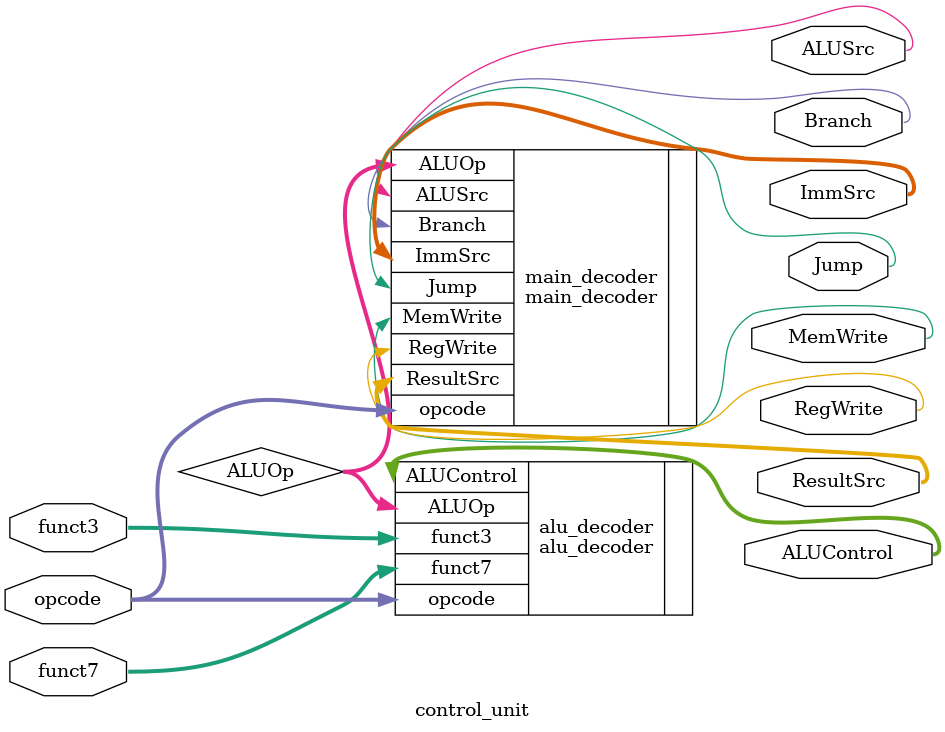
<source format=v>
module control_unit (
    input [6:0] opcode, funct7, // Opcode and function fields from instruction
    input [2:0] funct3,         // Function field from instruction
    output RegWrite, ALUSrc, MemWrite, Branch, Jump, // Control signals
    output [1:0] ImmSrc, ResultSrc,                 // Immediate and result source controls
    output [2:0] ALUControl                          // ALU control signals
);
    wire [1:0] ALUOp; // Internal signal for ALU operation

    // Main decoder instance
    main_decoder main_decoder (
        .opcode(opcode),
        .RegWrite(RegWrite),
        .ImmSrc(ImmSrc),
        .MemWrite(MemWrite),
        .ResultSrc(ResultSrc),
        .Branch(Branch),
        .Jump(Jump),
        .ALUSrc(ALUSrc),
        .ALUOp(ALUOp)
    );

    // ALU decoder instance
    alu_decoder alu_decoder (
        .ALUOp(ALUOp),
        .funct3(funct3),
        .funct7(funct7),
        .opcode(opcode),
        .ALUControl(ALUControl)
    );
endmodule
</source>
